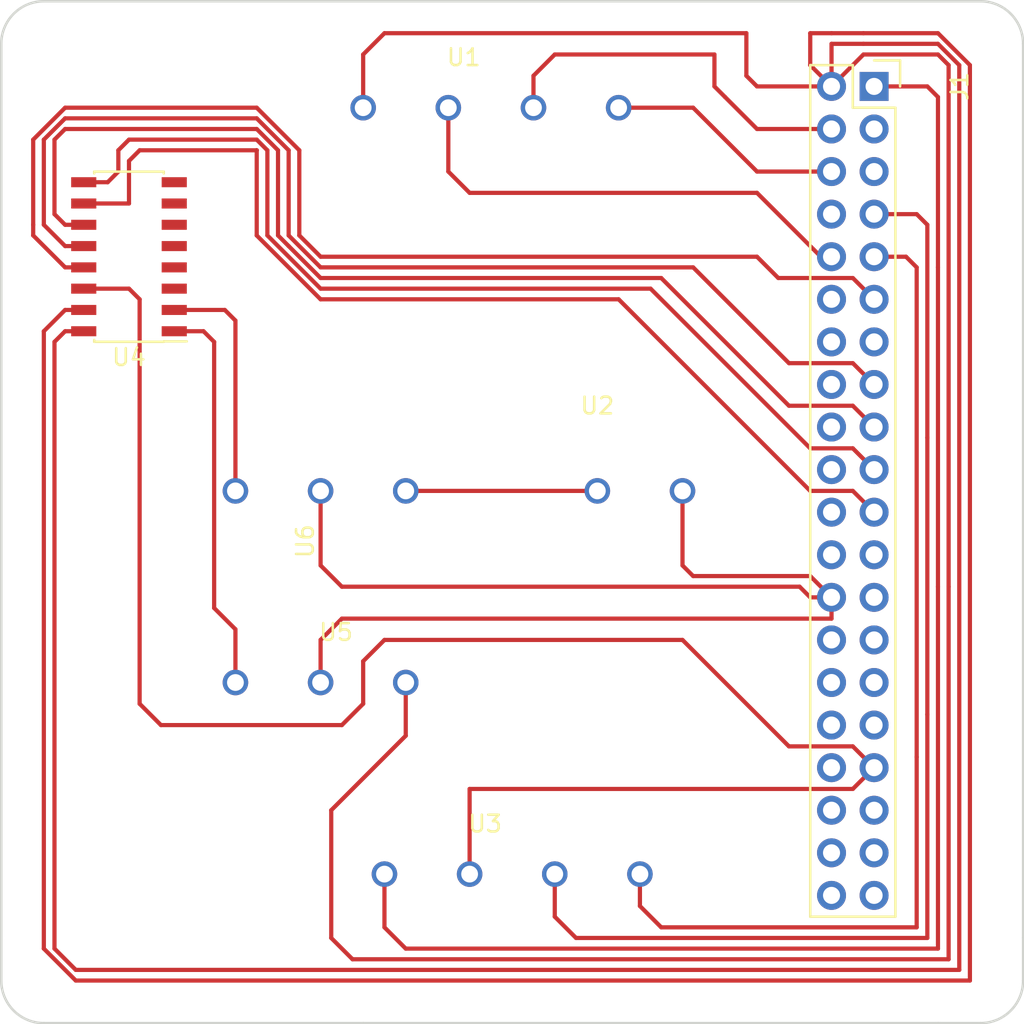
<source format=kicad_pcb>
(kicad_pcb (version 4) (host pcbnew 4.0.4-stable)

  (general
    (links 12)
    (no_connects 6)
    (area 138.354999 74.854999 199.465001 135.965001)
    (thickness 1.6)
    (drawings 14)
    (tracks 178)
    (zones 0)
    (modules 7)
    (nets 51)
  )

  (page A4)
  (layers
    (0 F.Cu signal)
    (31 B.Cu signal hide)
    (32 B.Adhes user)
    (33 F.Adhes user)
    (34 B.Paste user)
    (35 F.Paste user)
    (36 B.SilkS user)
    (37 F.SilkS user)
    (38 B.Mask user)
    (39 F.Mask user)
    (40 Dwgs.User user)
    (41 Cmts.User user)
    (42 Eco1.User user)
    (43 Eco2.User user)
    (44 Edge.Cuts user)
    (45 Margin user)
    (46 B.CrtYd user)
    (47 F.CrtYd user)
    (48 B.Fab user)
    (49 F.Fab user)
  )

  (setup
    (last_trace_width 0.25)
    (trace_clearance 0)
    (zone_clearance 0.508)
    (zone_45_only yes)
    (trace_min 0.2)
    (segment_width 0.2)
    (edge_width 0.15)
    (via_size 0.6)
    (via_drill 0.4)
    (via_min_size 0.4)
    (via_min_drill 0.3)
    (uvia_size 0.3)
    (uvia_drill 0.1)
    (uvias_allowed no)
    (uvia_min_size 0.2)
    (uvia_min_drill 0.1)
    (pcb_text_width 0.3)
    (pcb_text_size 1.5 1.5)
    (mod_edge_width 0.15)
    (mod_text_size 1 1)
    (mod_text_width 0.15)
    (pad_size 1.524 1.524)
    (pad_drill 1)
    (pad_to_mask_clearance 0.2)
    (aux_axis_origin 0 0)
    (visible_elements FFFFF77F)
    (pcbplotparams
      (layerselection 0x000c0_00000000)
      (usegerberextensions true)
      (excludeedgelayer true)
      (linewidth 0.100000)
      (plotframeref false)
      (viasonmask false)
      (mode 1)
      (useauxorigin false)
      (hpglpennumber 1)
      (hpglpenspeed 20)
      (hpglpendiameter 15)
      (hpglpenoverlay 2)
      (psnegative false)
      (psa4output false)
      (plotreference true)
      (plotvalue true)
      (plotinvisibletext false)
      (padsonsilk false)
      (subtractmaskfromsilk false)
      (outputformat 1)
      (mirror false)
      (drillshape 0)
      (scaleselection 1)
      (outputdirectory ""))
  )

  (net 0 "")
  (net 1 "Net-(J1-Pad1)")
  (net 2 "Net-(J1-Pad2)")
  (net 3 "Net-(J1-Pad3)")
  (net 4 "Net-(J1-Pad4)")
  (net 5 "Net-(J1-Pad5)")
  (net 6 "Net-(J1-Pad6)")
  (net 7 "Net-(J1-Pad7)")
  (net 8 "Net-(J1-Pad8)")
  (net 9 "Net-(J1-Pad9)")
  (net 10 "Net-(J1-Pad10)")
  (net 11 "Net-(J1-Pad11)")
  (net 12 "Net-(J1-Pad12)")
  (net 13 "Net-(J1-Pad13)")
  (net 14 "Net-(J1-Pad14)")
  (net 15 "Net-(J1-Pad15)")
  (net 16 "Net-(J1-Pad16)")
  (net 17 "Net-(J1-Pad17)")
  (net 18 "Net-(J1-Pad18)")
  (net 19 "Net-(J1-Pad19)")
  (net 20 "Net-(J1-Pad20)")
  (net 21 "Net-(J1-Pad21)")
  (net 22 "Net-(J1-Pad22)")
  (net 23 "Net-(J1-Pad23)")
  (net 24 "Net-(J1-Pad24)")
  (net 25 "Net-(J1-Pad25)")
  (net 26 "Net-(J1-Pad26)")
  (net 27 "Net-(J1-Pad27)")
  (net 28 "Net-(J1-Pad28)")
  (net 29 "Net-(J1-Pad29)")
  (net 30 "Net-(J1-Pad30)")
  (net 31 "Net-(J1-Pad31)")
  (net 32 "Net-(J1-Pad32)")
  (net 33 "Net-(J1-Pad33)")
  (net 34 "Net-(J1-Pad34)")
  (net 35 "Net-(J1-Pad35)")
  (net 36 "Net-(J1-Pad36)")
  (net 37 "Net-(J1-Pad37)")
  (net 38 "Net-(J1-Pad38)")
  (net 39 "Net-(J1-Pad39)")
  (net 40 "Net-(J1-Pad40)")
  (net 41 GND)
  (net 42 "Net-(U2-Pad1)")
  (net 43 "Net-(U4-Pad1)")
  (net 44 "Net-(U4-Pad2)")
  (net 45 "Net-(U4-Pad3)")
  (net 46 "Net-(U4-Pad4)")
  (net 47 "Net-(U4-Pad5)")
  (net 48 "Net-(U4-Pad6)")
  (net 49 "Net-(U4-Pad7)")
  (net 50 "Net-(U4-Pad8)")

  (net_class Default "This is the default net class."
    (clearance 0)
    (trace_width 0.25)
    (via_dia 0.6)
    (via_drill 0.4)
    (uvia_dia 0.3)
    (uvia_drill 0.1)
    (add_net GND)
    (add_net "Net-(J1-Pad1)")
    (add_net "Net-(J1-Pad10)")
    (add_net "Net-(J1-Pad11)")
    (add_net "Net-(J1-Pad12)")
    (add_net "Net-(J1-Pad13)")
    (add_net "Net-(J1-Pad14)")
    (add_net "Net-(J1-Pad15)")
    (add_net "Net-(J1-Pad16)")
    (add_net "Net-(J1-Pad17)")
    (add_net "Net-(J1-Pad18)")
    (add_net "Net-(J1-Pad19)")
    (add_net "Net-(J1-Pad2)")
    (add_net "Net-(J1-Pad20)")
    (add_net "Net-(J1-Pad21)")
    (add_net "Net-(J1-Pad22)")
    (add_net "Net-(J1-Pad23)")
    (add_net "Net-(J1-Pad24)")
    (add_net "Net-(J1-Pad25)")
    (add_net "Net-(J1-Pad26)")
    (add_net "Net-(J1-Pad27)")
    (add_net "Net-(J1-Pad28)")
    (add_net "Net-(J1-Pad29)")
    (add_net "Net-(J1-Pad3)")
    (add_net "Net-(J1-Pad30)")
    (add_net "Net-(J1-Pad31)")
    (add_net "Net-(J1-Pad32)")
    (add_net "Net-(J1-Pad33)")
    (add_net "Net-(J1-Pad34)")
    (add_net "Net-(J1-Pad35)")
    (add_net "Net-(J1-Pad36)")
    (add_net "Net-(J1-Pad37)")
    (add_net "Net-(J1-Pad38)")
    (add_net "Net-(J1-Pad39)")
    (add_net "Net-(J1-Pad4)")
    (add_net "Net-(J1-Pad40)")
    (add_net "Net-(J1-Pad5)")
    (add_net "Net-(J1-Pad6)")
    (add_net "Net-(J1-Pad7)")
    (add_net "Net-(J1-Pad8)")
    (add_net "Net-(J1-Pad9)")
    (add_net "Net-(U2-Pad1)")
    (add_net "Net-(U4-Pad1)")
    (add_net "Net-(U4-Pad2)")
    (add_net "Net-(U4-Pad3)")
    (add_net "Net-(U4-Pad4)")
    (add_net "Net-(U4-Pad5)")
    (add_net "Net-(U4-Pad6)")
    (add_net "Net-(U4-Pad7)")
    (add_net "Net-(U4-Pad8)")
  )

  (net_class New ""
    (clearance 0.05)
    (trace_width 0.25)
    (via_dia 0.6)
    (via_drill 0.4)
    (uvia_dia 0.3)
    (uvia_drill 0.1)
  )

  (module Socket_Strips:Socket_Strip_Straight_2x20 (layer F.Cu) (tedit 588FB031) (tstamp 58894127)
    (at 190.5 80.01 270)
    (descr "Through hole socket strip")
    (tags "socket strip")
    (path /581BF25B)
    (fp_text reference J1 (at 0 -5.1 270) (layer F.SilkS)
      (effects (font (size 1 1) (thickness 0.15)))
    )
    (fp_text value RPi_GPIO (at 0 -3.1 270) (layer F.Fab)
      (effects (font (size 1 1) (thickness 0.15)))
    )
    (fp_line (start -1.75 -1.75) (end -1.75 4.3) (layer F.CrtYd) (width 0.05))
    (fp_line (start 50.05 -1.75) (end 50.05 4.3) (layer F.CrtYd) (width 0.05))
    (fp_line (start -1.75 -1.75) (end 50.05 -1.75) (layer F.CrtYd) (width 0.05))
    (fp_line (start -1.75 4.3) (end 50.05 4.3) (layer F.CrtYd) (width 0.05))
    (fp_line (start 49.53 3.81) (end -1.27 3.81) (layer F.SilkS) (width 0.15))
    (fp_line (start 1.27 -1.27) (end 49.53 -1.27) (layer F.SilkS) (width 0.15))
    (fp_line (start 49.53 3.81) (end 49.53 -1.27) (layer F.SilkS) (width 0.15))
    (fp_line (start -1.27 3.81) (end -1.27 1.27) (layer F.SilkS) (width 0.15))
    (fp_line (start 0 -1.55) (end -1.55 -1.55) (layer F.SilkS) (width 0.15))
    (fp_line (start -1.27 1.27) (end 1.27 1.27) (layer F.SilkS) (width 0.15))
    (fp_line (start 1.27 1.27) (end 1.27 -1.27) (layer F.SilkS) (width 0.15))
    (fp_line (start -1.55 -1.55) (end -1.55 0) (layer F.SilkS) (width 0.15))
    (pad 2 thru_hole rect (at 0 0 270) (size 1.7272 1.7272) (drill 1.016) (layers *.Cu *.Mask)
      (net 2 "Net-(J1-Pad2)"))
    (pad 1 thru_hole oval (at 0 2.54 270) (size 1.7272 1.7272) (drill 1.016) (layers *.Cu *.Mask)
      (net 1 "Net-(J1-Pad1)"))
    (pad 4 thru_hole oval (at 2.54 0 270) (size 1.7272 1.7272) (drill 1.016) (layers *.Cu *.Mask)
      (net 4 "Net-(J1-Pad4)"))
    (pad 3 thru_hole oval (at 2.54 2.54 270) (size 1.7272 1.7272) (drill 1.016) (layers *.Cu *.Mask)
      (net 3 "Net-(J1-Pad3)"))
    (pad 6 thru_hole oval (at 5.08 0 270) (size 1.7272 1.7272) (drill 1.016) (layers *.Cu *.Mask)
      (net 6 "Net-(J1-Pad6)"))
    (pad 5 thru_hole oval (at 5.08 2.54 270) (size 1.7272 1.7272) (drill 1.016) (layers *.Cu *.Mask)
      (net 5 "Net-(J1-Pad5)"))
    (pad 8 thru_hole oval (at 7.62 0 270) (size 1.7272 1.7272) (drill 1.016) (layers *.Cu *.Mask)
      (net 8 "Net-(J1-Pad8)"))
    (pad 7 thru_hole oval (at 7.62 2.54 270) (size 1.7272 1.7272) (drill 1.016) (layers *.Cu *.Mask)
      (net 7 "Net-(J1-Pad7)"))
    (pad 10 thru_hole oval (at 10.16 0 270) (size 1.7272 1.7272) (drill 1.016) (layers *.Cu *.Mask)
      (net 10 "Net-(J1-Pad10)"))
    (pad 9 thru_hole oval (at 10.16 2.54 270) (size 1.7272 1.7272) (drill 1.016) (layers *.Cu *.Mask)
      (net 9 "Net-(J1-Pad9)"))
    (pad 18 thru_hole oval (at 12.7 0 270) (size 1.7272 1.7272) (drill 1.016) (layers *.Cu *.Mask)
      (net 18 "Net-(J1-Pad18)"))
    (pad 11 thru_hole oval (at 12.7 2.54 270) (size 1.7272 1.7272) (drill 1.016) (layers *.Cu *.Mask)
      (net 11 "Net-(J1-Pad11)"))
    (pad 14 thru_hole oval (at 15.24 0 270) (size 1.7272 1.7272) (drill 1.016) (layers *.Cu *.Mask)
      (net 14 "Net-(J1-Pad14)"))
    (pad 13 thru_hole oval (at 15.24 2.54 270) (size 1.7272 1.7272) (drill 1.016) (layers *.Cu *.Mask)
      (net 13 "Net-(J1-Pad13)"))
    (pad 23 thru_hole oval (at 17.78 0 270) (size 1.7272 1.7272) (drill 1.016) (layers *.Cu *.Mask)
      (net 23 "Net-(J1-Pad23)"))
    (pad 15 thru_hole oval (at 17.78 2.54 270) (size 1.7272 1.7272) (drill 1.016) (layers *.Cu *.Mask)
      (net 15 "Net-(J1-Pad15)"))
    (pad 24 thru_hole oval (at 20.32 0 270) (size 1.7272 1.7272) (drill 1.016) (layers *.Cu *.Mask)
      (net 24 "Net-(J1-Pad24)"))
    (pad 17 thru_hole oval (at 20.32 2.54 270) (size 1.7272 1.7272) (drill 1.016) (layers *.Cu *.Mask)
      (net 17 "Net-(J1-Pad17)"))
    (pad 20 thru_hole oval (at 22.86 0 270) (size 1.7272 1.7272) (drill 1.016) (layers *.Cu *.Mask)
      (net 20 "Net-(J1-Pad20)"))
    (pad 19 thru_hole oval (at 22.86 2.54 270) (size 1.7272 1.7272) (drill 1.016) (layers *.Cu *.Mask)
      (net 19 "Net-(J1-Pad19)"))
    (pad 25 thru_hole oval (at 25.4 0 270) (size 1.7272 1.7272) (drill 1.016) (layers *.Cu *.Mask)
      (net 25 "Net-(J1-Pad25)"))
    (pad 21 thru_hole oval (at 25.4 2.54 270) (size 1.7272 1.7272) (drill 1.016) (layers *.Cu *.Mask)
      (net 21 "Net-(J1-Pad21)"))
    (pad 12 thru_hole oval (at 27.94 0 270) (size 1.7272 1.7272) (drill 1.016) (layers *.Cu *.Mask)
      (net 12 "Net-(J1-Pad12)"))
    (pad 22 thru_hole oval (at 27.94 2.54 270) (size 1.7272 1.7272) (drill 1.016) (layers *.Cu *.Mask)
      (net 22 "Net-(J1-Pad22)"))
    (pad 26 thru_hole oval (at 30.48 0 270) (size 1.7272 1.7272) (drill 1.016) (layers *.Cu *.Mask)
      (net 26 "Net-(J1-Pad26)"))
    (pad 16 thru_hole oval (at 30.48 2.54 270) (size 1.7272 1.7272) (drill 1.016) (layers *.Cu *.Mask)
      (net 16 "Net-(J1-Pad16)"))
    (pad 28 thru_hole oval (at 33.02 0 270) (size 1.7272 1.7272) (drill 1.016) (layers *.Cu *.Mask)
      (net 28 "Net-(J1-Pad28)"))
    (pad 27 thru_hole oval (at 33.02 2.54 270) (size 1.7272 1.7272) (drill 1.016) (layers *.Cu *.Mask)
      (net 27 "Net-(J1-Pad27)"))
    (pad 30 thru_hole oval (at 35.56 0 270) (size 1.7272 1.7272) (drill 1.016) (layers *.Cu *.Mask)
      (net 30 "Net-(J1-Pad30)"))
    (pad 29 thru_hole oval (at 35.56 2.54 270) (size 1.7272 1.7272) (drill 1.016) (layers *.Cu *.Mask)
      (net 29 "Net-(J1-Pad29)"))
    (pad 32 thru_hole oval (at 38.1 0 270) (size 1.7272 1.7272) (drill 1.016) (layers *.Cu *.Mask)
      (net 32 "Net-(J1-Pad32)"))
    (pad 31 thru_hole oval (at 38.1 2.54 270) (size 1.7272 1.7272) (drill 1.016) (layers *.Cu *.Mask)
      (net 31 "Net-(J1-Pad31)"))
    (pad 34 thru_hole oval (at 40.64 0 270) (size 1.7272 1.7272) (drill 1.016) (layers *.Cu *.Mask)
      (net 34 "Net-(J1-Pad34)"))
    (pad 33 thru_hole oval (at 40.64 2.54 270) (size 1.7272 1.7272) (drill 1.016) (layers *.Cu *.Mask)
      (net 33 "Net-(J1-Pad33)"))
    (pad 36 thru_hole oval (at 43.18 0 270) (size 1.7272 1.7272) (drill 1.016) (layers *.Cu *.Mask)
      (net 36 "Net-(J1-Pad36)"))
    (pad 35 thru_hole oval (at 43.18 2.54 270) (size 1.7272 1.7272) (drill 1.016) (layers *.Cu *.Mask)
      (net 35 "Net-(J1-Pad35)"))
    (pad 38 thru_hole oval (at 45.72 0 270) (size 1.7272 1.7272) (drill 1.016) (layers *.Cu *.Mask)
      (net 38 "Net-(J1-Pad38)"))
    (pad 37 thru_hole oval (at 45.72 2.54 270) (size 1.7272 1.7272) (drill 1.016) (layers *.Cu *.Mask)
      (net 37 "Net-(J1-Pad37)"))
    (pad 40 thru_hole oval (at 48.26 0 270) (size 1.7272 1.7272) (drill 1.016) (layers *.Cu *.Mask)
      (net 40 "Net-(J1-Pad40)"))
    (pad 39 thru_hole oval (at 48.26 2.54 270) (size 1.7272 1.7272) (drill 1.016) (layers *.Cu *.Mask)
      (net 39 "Net-(J1-Pad39)"))
    (model Socket_Strips.3dshapes/Socket_Strip_Straight_2x20.wrl
      (at (xyz 0.95 -0.05 0))
      (scale (xyz 1 1 1))
      (rotate (xyz 0 0 180))
    )
  )

  (module PWM:WindVane (layer F.Cu) (tedit 58910944) (tstamp 5889412F)
    (at 160.02 81.28)
    (path /57EB46EB)
    (fp_text reference U1 (at 6 -3) (layer F.SilkS)
      (effects (font (size 1 1) (thickness 0.15)))
    )
    (fp_text value PWMController2 (at 6 -5) (layer F.Fab)
      (effects (font (size 1 1) (thickness 0.15)))
    )
    (pad 4 thru_hole circle (at 15.24 0) (size 1.524 1.524) (drill 1) (layers *.Cu *.Mask))
    (pad 3 thru_hole circle (at 10.16 0) (size 1.524 1.524) (drill 1) (layers *.Cu *.Mask))
    (pad 2 thru_hole circle (at 5.08 0) (size 1.524 1.524) (drill 1) (layers *.Cu *.Mask)
      (net 41 GND))
    (pad 1 thru_hole circle (at 0 0) (size 1.524 1.524) (drill 1) (layers *.Cu *.Mask))
  )

  (module "Sailbot Footprints:7.2V" (layer F.Cu) (tedit 58893611) (tstamp 58894135)
    (at 173.99 104.14)
    (path /58857223)
    (fp_text reference U2 (at 0 -5.08) (layer F.SilkS)
      (effects (font (size 1 1) (thickness 0.15)))
    )
    (fp_text value 7.2V (at 0 -6.35) (layer F.Fab)
      (effects (font (size 1 1) (thickness 0.15)))
    )
    (pad 2 thru_hole circle (at 5.08 0) (size 1.524 1.524) (drill 1) (layers *.Cu *.Mask)
      (net 41 GND))
    (pad 1 thru_hole circle (at 0 0) (size 1.524 1.524) (drill 1) (layers *.Cu *.Mask)
      (net 42 "Net-(U2-Pad1)"))
  )

  (module PWM:WindVane (layer F.Cu) (tedit 58910932) (tstamp 5889413D)
    (at 161.29 127)
    (path /57EB4408)
    (fp_text reference U3 (at 6 -3) (layer F.SilkS)
      (effects (font (size 1 1) (thickness 0.15)))
    )
    (fp_text value Component (at 6 -5) (layer F.Fab)
      (effects (font (size 1 1) (thickness 0.15)))
    )
    (pad 4 thru_hole circle (at 15.24 0) (size 1.524 1.524) (drill 1) (layers *.Cu *.Mask))
    (pad 3 thru_hole circle (at 10.16 0) (size 1.524 1.524) (drill 1) (layers *.Cu *.Mask))
    (pad 2 thru_hole circle (at 5.08 0) (size 1.524 1.524) (drill 1) (layers *.Cu *.Mask)
      (net 41 GND))
    (pad 1 thru_hole circle (at 0 0) (size 1.524 1.524) (drill 1) (layers *.Cu *.Mask))
  )

  (module Housings_SOIC:SOIC-16_3.9x9.9mm_Pitch1.27mm (layer F.Cu) (tedit 574D979F) (tstamp 58894151)
    (at 146.05 90.17 180)
    (descr "16-Lead Plastic Small Outline (SL) - Narrow, 3.90 mm Body [SOIC] (see Microchip Packaging Specification 00000049BS.pdf)")
    (tags "SOIC 1.27")
    (path /57D97244)
    (attr smd)
    (fp_text reference U4 (at 0 -6 180) (layer F.SilkS)
      (effects (font (size 1 1) (thickness 0.15)))
    )
    (fp_text value MCP3008 (at 0 6 180) (layer F.Fab)
      (effects (font (size 1 1) (thickness 0.15)))
    )
    (fp_line (start -0.95 -4.95) (end 1.95 -4.95) (layer F.Fab) (width 0.15))
    (fp_line (start 1.95 -4.95) (end 1.95 4.95) (layer F.Fab) (width 0.15))
    (fp_line (start 1.95 4.95) (end -1.95 4.95) (layer F.Fab) (width 0.15))
    (fp_line (start -1.95 4.95) (end -1.95 -3.95) (layer F.Fab) (width 0.15))
    (fp_line (start -1.95 -3.95) (end -0.95 -4.95) (layer F.Fab) (width 0.15))
    (fp_line (start -3.7 -5.25) (end -3.7 5.25) (layer F.CrtYd) (width 0.05))
    (fp_line (start 3.7 -5.25) (end 3.7 5.25) (layer F.CrtYd) (width 0.05))
    (fp_line (start -3.7 -5.25) (end 3.7 -5.25) (layer F.CrtYd) (width 0.05))
    (fp_line (start -3.7 5.25) (end 3.7 5.25) (layer F.CrtYd) (width 0.05))
    (fp_line (start -2.075 -5.075) (end -2.075 -5.05) (layer F.SilkS) (width 0.15))
    (fp_line (start 2.075 -5.075) (end 2.075 -4.97) (layer F.SilkS) (width 0.15))
    (fp_line (start 2.075 5.075) (end 2.075 4.97) (layer F.SilkS) (width 0.15))
    (fp_line (start -2.075 5.075) (end -2.075 4.97) (layer F.SilkS) (width 0.15))
    (fp_line (start -2.075 -5.075) (end 2.075 -5.075) (layer F.SilkS) (width 0.15))
    (fp_line (start -2.075 5.075) (end 2.075 5.075) (layer F.SilkS) (width 0.15))
    (fp_line (start -2.075 -5.05) (end -3.45 -5.05) (layer F.SilkS) (width 0.15))
    (pad 1 smd rect (at -2.7 -4.445 180) (size 1.5 0.6) (layers F.Cu F.Paste F.Mask)
      (net 43 "Net-(U4-Pad1)"))
    (pad 2 smd rect (at -2.7 -3.175 180) (size 1.5 0.6) (layers F.Cu F.Paste F.Mask)
      (net 44 "Net-(U4-Pad2)"))
    (pad 3 smd rect (at -2.7 -1.905 180) (size 1.5 0.6) (layers F.Cu F.Paste F.Mask)
      (net 45 "Net-(U4-Pad3)"))
    (pad 4 smd rect (at -2.7 -0.635 180) (size 1.5 0.6) (layers F.Cu F.Paste F.Mask)
      (net 46 "Net-(U4-Pad4)"))
    (pad 5 smd rect (at -2.7 0.635 180) (size 1.5 0.6) (layers F.Cu F.Paste F.Mask)
      (net 47 "Net-(U4-Pad5)"))
    (pad 6 smd rect (at -2.7 1.905 180) (size 1.5 0.6) (layers F.Cu F.Paste F.Mask)
      (net 48 "Net-(U4-Pad6)"))
    (pad 7 smd rect (at -2.7 3.175 180) (size 1.5 0.6) (layers F.Cu F.Paste F.Mask)
      (net 49 "Net-(U4-Pad7)"))
    (pad 8 smd rect (at -2.7 4.445 180) (size 1.5 0.6) (layers F.Cu F.Paste F.Mask)
      (net 50 "Net-(U4-Pad8)"))
    (pad 9 smd rect (at 2.7 4.445 180) (size 1.5 0.6) (layers F.Cu F.Paste F.Mask)
      (net 41 GND))
    (pad 10 smd rect (at 2.7 3.175 180) (size 1.5 0.6) (layers F.Cu F.Paste F.Mask)
      (net 25 "Net-(J1-Pad25)"))
    (pad 11 smd rect (at 2.7 1.905 180) (size 1.5 0.6) (layers F.Cu F.Paste F.Mask)
      (net 24 "Net-(J1-Pad24)"))
    (pad 12 smd rect (at 2.7 0.635 180) (size 1.5 0.6) (layers F.Cu F.Paste F.Mask)
      (net 23 "Net-(J1-Pad23)"))
    (pad 13 smd rect (at 2.7 -0.635 180) (size 1.5 0.6) (layers F.Cu F.Paste F.Mask)
      (net 18 "Net-(J1-Pad18)"))
    (pad 14 smd rect (at 2.7 -1.905 180) (size 1.5 0.6) (layers F.Cu F.Paste F.Mask)
      (net 41 GND))
    (pad 15 smd rect (at 2.7 -3.175 180) (size 1.5 0.6) (layers F.Cu F.Paste F.Mask)
      (net 1 "Net-(J1-Pad1)"))
    (pad 16 smd rect (at 2.7 -4.445 180) (size 1.5 0.6) (layers F.Cu F.Paste F.Mask)
      (net 1 "Net-(J1-Pad1)"))
    (model Housings_SOIC.3dshapes/SOIC-16_3.9x9.9mm_Pitch1.27mm.wrl
      (at (xyz 0 0 0))
      (scale (xyz 1 1 1))
      (rotate (xyz 0 0 0))
    )
  )

  (module "Wind Vane:WindVane" (layer F.Cu) (tedit 58910920) (tstamp 58894158)
    (at 152.4 115.57)
    (path /57F93DD1)
    (fp_text reference U5 (at 6 -3) (layer F.SilkS)
      (effects (font (size 1 1) (thickness 0.15)))
    )
    (fp_text value Windvane (at 6 -5) (layer F.Fab)
      (effects (font (size 1 1) (thickness 0.15)))
    )
    (pad 3 thru_hole circle (at 10.16 0) (size 1.524 1.524) (drill 1) (layers *.Cu *.Mask))
    (pad 2 thru_hole circle (at 5.08 0) (size 1.524 1.524) (drill 1) (layers *.Cu *.Mask)
      (net 41 GND))
    (pad 1 thru_hole circle (at 0 0) (size 1.524 1.524) (drill 1) (layers *.Cu *.Mask))
  )

  (module "Wind Vane:WindVane" (layer F.Cu) (tedit 58910912) (tstamp 5889415F)
    (at 162.56 104.14 180)
    (path /57F93D30)
    (fp_text reference U6 (at 6 -3 270) (layer F.SilkS)
      (effects (font (size 1 1) (thickness 0.15)))
    )
    (fp_text value Anemometer (at 6 -5 360) (layer F.Fab)
      (effects (font (size 1 1) (thickness 0.15)))
    )
    (pad 3 thru_hole circle (at 10.16 0 180) (size 1.524 1.524) (drill 1) (layers *.Cu *.Mask))
    (pad 2 thru_hole circle (at 5.08 0 180) (size 1.524 1.524) (drill 1) (layers *.Cu *.Mask)
      (net 41 GND))
    (pad 1 thru_hole circle (at 0 0 180) (size 1.524 1.524) (drill 1) (layers *.Cu *.Mask))
  )

  (gr_line (start 194.31 74.93) (end 196.85 74.93) (angle 90) (layer Edge.Cuts) (width 0.15))
  (gr_line (start 194.31 135.89) (end 196.85 135.89) (angle 90) (layer Edge.Cuts) (width 0.15))
  (gr_arc (start 140.97 133.35) (end 140.97 135.89) (angle 90) (layer Edge.Cuts) (width 0.15))
  (gr_arc (start 196.85 133.35) (end 199.39 133.35) (angle 90) (layer Edge.Cuts) (width 0.15))
  (gr_line (start 160.02 135.89) (end 194.31 135.89) (angle 90) (layer Edge.Cuts) (width 0.15))
  (gr_line (start 140.97 135.89) (end 160.02 135.89) (angle 90) (layer Edge.Cuts) (width 0.15))
  (gr_line (start 138.43 130.81) (end 138.43 133.35) (angle 90) (layer Edge.Cuts) (width 0.15))
  (gr_line (start 199.39 130.81) (end 199.39 133.35) (angle 90) (layer Edge.Cuts) (width 0.15))
  (gr_arc (start 140.97 77.47) (end 138.43 77.47) (angle 90) (layer Edge.Cuts) (width 0.15))
  (gr_arc (start 196.85 77.47) (end 196.85 74.93) (angle 90) (layer Edge.Cuts) (width 0.15))
  (gr_line (start 138.43 77.47) (end 138.43 130.81) (angle 90) (layer Edge.Cuts) (width 0.15))
  (gr_line (start 193.04 74.93) (end 194.31 74.93) (angle 90) (layer Edge.Cuts) (width 0.15))
  (gr_line (start 199.39 77.47) (end 199.39 130.81) (angle 90) (layer Edge.Cuts) (width 0.15))
  (gr_line (start 140.97 74.93) (end 193.04 74.93) (angle 90) (layer Edge.Cuts) (width 0.15))

  (segment (start 173.99 104.14) (end 162.56 104.14) (width 0.25) (layer F.Cu) (net 0))
  (segment (start 189.865 77.47) (end 187.96 77.47) (width 0.25) (layer F.Cu) (net 1))
  (segment (start 142.24 94.615) (end 141.605 95.25) (width 0.25) (layer F.Cu) (net 1) (tstamp 589105FD))
  (segment (start 141.605 95.25) (end 141.605 131.445) (width 0.25) (layer F.Cu) (net 1) (tstamp 589105FF))
  (segment (start 141.605 131.445) (end 142.875 132.715) (width 0.25) (layer F.Cu) (net 1) (tstamp 58910600))
  (segment (start 142.875 132.715) (end 195.58 132.715) (width 0.25) (layer F.Cu) (net 1) (tstamp 58910606))
  (segment (start 195.58 132.715) (end 195.58 78.74) (width 0.25) (layer F.Cu) (net 1) (tstamp 58910608))
  (segment (start 195.58 78.74) (end 194.31 77.47) (width 0.25) (layer F.Cu) (net 1) (tstamp 5891060D))
  (segment (start 194.31 77.47) (end 189.865 77.47) (width 0.25) (layer F.Cu) (net 1) (tstamp 58910613))
  (segment (start 143.35 94.615) (end 142.24 94.615) (width 0.25) (layer F.Cu) (net 1))
  (segment (start 187.96 77.47) (end 187.96 80.01) (width 0.25) (layer F.Cu) (net 1) (tstamp 589106C9))
  (segment (start 187.96 76.835) (end 186.69 76.835) (width 0.25) (layer F.Cu) (net 1))
  (segment (start 142.24 93.345) (end 140.97 94.615) (width 0.25) (layer F.Cu) (net 1) (tstamp 58910647))
  (segment (start 140.97 94.615) (end 140.97 131.445) (width 0.25) (layer F.Cu) (net 1) (tstamp 58910648))
  (segment (start 140.97 131.445) (end 142.875 133.35) (width 0.25) (layer F.Cu) (net 1) (tstamp 5891064A))
  (segment (start 142.875 133.35) (end 196.215 133.35) (width 0.25) (layer F.Cu) (net 1) (tstamp 5891064F))
  (segment (start 196.215 133.35) (end 196.215 78.74) (width 0.25) (layer F.Cu) (net 1) (tstamp 58910652))
  (segment (start 196.215 78.74) (end 194.31 76.835) (width 0.25) (layer F.Cu) (net 1) (tstamp 58910657))
  (segment (start 194.31 76.835) (end 189.865 76.835) (width 0.25) (layer F.Cu) (net 1) (tstamp 5891065E))
  (segment (start 189.865 76.835) (end 187.96 76.835) (width 0.25) (layer F.Cu) (net 1) (tstamp 5891065F))
  (segment (start 143.35 93.345) (end 142.24 93.345) (width 0.25) (layer F.Cu) (net 1))
  (segment (start 186.69 78.74) (end 187.96 80.01) (width 0.25) (layer F.Cu) (net 1) (tstamp 589106A3))
  (segment (start 186.69 78.74) (end 186.69 78.74) (width 0.25) (layer F.Cu) (net 1) (tstamp 589106A1))
  (segment (start 186.69 76.835) (end 186.69 78.74) (width 0.25) (layer F.Cu) (net 1) (tstamp 5891069E))
  (segment (start 187.96 79.375) (end 187.96 80.01) (width 0.25) (layer F.Cu) (net 1) (tstamp 58910616))
  (segment (start 187.96 80.01) (end 189.865 78.105) (width 0.25) (layer F.Cu) (net 1))
  (segment (start 162.56 118.745) (end 162.56 115.57) (width 0.25) (layer F.Cu) (net 1) (tstamp 589105E2))
  (segment (start 158.115 123.19) (end 162.56 118.745) (width 0.25) (layer F.Cu) (net 1) (tstamp 589105DD))
  (segment (start 158.115 130.81) (end 158.115 123.19) (width 0.25) (layer F.Cu) (net 1) (tstamp 589105D7))
  (segment (start 159.385 132.08) (end 158.115 130.81) (width 0.25) (layer F.Cu) (net 1) (tstamp 589105D1))
  (segment (start 194.945 132.08) (end 159.385 132.08) (width 0.25) (layer F.Cu) (net 1) (tstamp 589105CF))
  (segment (start 194.945 109.855) (end 194.945 132.08) (width 0.25) (layer F.Cu) (net 1) (tstamp 589105CB))
  (segment (start 194.945 78.74) (end 194.945 109.855) (width 0.25) (layer F.Cu) (net 1) (tstamp 589105CA))
  (segment (start 194.31 78.105) (end 194.945 78.74) (width 0.25) (layer F.Cu) (net 1) (tstamp 589105C7))
  (segment (start 189.865 78.105) (end 194.31 78.105) (width 0.25) (layer F.Cu) (net 1) (tstamp 589105C6))
  (segment (start 187.96 80.01) (end 183.515 80.01) (width 0.25) (layer F.Cu) (net 1))
  (segment (start 160.02 78.105) (end 160.02 81.28) (width 0.25) (layer F.Cu) (net 1) (tstamp 5891041A))
  (segment (start 161.29 76.835) (end 160.02 78.105) (width 0.25) (layer F.Cu) (net 1) (tstamp 58910416))
  (segment (start 182.88 76.835) (end 161.29 76.835) (width 0.25) (layer F.Cu) (net 1) (tstamp 58910414))
  (segment (start 182.88 79.375) (end 182.88 76.835) (width 0.25) (layer F.Cu) (net 1) (tstamp 58910410))
  (segment (start 183.515 80.01) (end 182.88 79.375) (width 0.25) (layer F.Cu) (net 1) (tstamp 58910408))
  (segment (start 190.5 80.01) (end 193.675 80.01) (width 0.25) (layer F.Cu) (net 2))
  (segment (start 161.29 130.175) (end 161.29 127) (width 0.25) (layer F.Cu) (net 2) (tstamp 5891051B))
  (segment (start 162.56 131.445) (end 161.29 130.175) (width 0.25) (layer F.Cu) (net 2) (tstamp 58910516))
  (segment (start 194.31 131.445) (end 162.56 131.445) (width 0.25) (layer F.Cu) (net 2) (tstamp 58910511))
  (segment (start 194.31 109.855) (end 194.31 131.445) (width 0.25) (layer F.Cu) (net 2) (tstamp 5891050D))
  (segment (start 194.31 90.805) (end 194.31 109.855) (width 0.25) (layer F.Cu) (net 2) (tstamp 5891050A))
  (segment (start 194.31 80.645) (end 194.31 90.805) (width 0.25) (layer F.Cu) (net 2) (tstamp 58910509))
  (segment (start 193.675 80.01) (end 194.31 80.645) (width 0.25) (layer F.Cu) (net 2) (tstamp 58910504))
  (segment (start 187.96 82.55) (end 183.515 82.55) (width 0.25) (layer F.Cu) (net 3))
  (segment (start 170.18 79.375) (end 170.18 81.28) (width 0.25) (layer F.Cu) (net 3) (tstamp 5891043D))
  (segment (start 171.45 78.105) (end 170.18 79.375) (width 0.25) (layer F.Cu) (net 3) (tstamp 58910436))
  (segment (start 180.975 78.105) (end 171.45 78.105) (width 0.25) (layer F.Cu) (net 3) (tstamp 58910434))
  (segment (start 180.975 80.01) (end 180.975 78.105) (width 0.25) (layer F.Cu) (net 3) (tstamp 5891042D))
  (segment (start 181.61 80.645) (end 180.975 80.01) (width 0.25) (layer F.Cu) (net 3) (tstamp 58910429))
  (segment (start 183.515 82.55) (end 181.61 80.645) (width 0.25) (layer F.Cu) (net 3) (tstamp 58910428))
  (segment (start 187.96 85.09) (end 183.515 85.09) (width 0.25) (layer F.Cu) (net 5))
  (segment (start 179.705 81.28) (end 175.26 81.28) (width 0.25) (layer F.Cu) (net 5) (tstamp 5891045D))
  (segment (start 183.515 85.09) (end 179.705 81.28) (width 0.25) (layer F.Cu) (net 5) (tstamp 5891045A))
  (segment (start 190.5 87.63) (end 193.04 87.63) (width 0.25) (layer F.Cu) (net 8))
  (segment (start 171.45 129.54) (end 171.45 127) (width 0.25) (layer F.Cu) (net 8) (tstamp 58910560))
  (segment (start 172.72 130.81) (end 171.45 129.54) (width 0.25) (layer F.Cu) (net 8) (tstamp 58910559))
  (segment (start 193.675 130.81) (end 172.72 130.81) (width 0.25) (layer F.Cu) (net 8) (tstamp 58910556))
  (segment (start 193.675 117.475) (end 193.675 130.81) (width 0.25) (layer F.Cu) (net 8) (tstamp 58910553))
  (segment (start 193.675 100.965) (end 193.675 117.475) (width 0.25) (layer F.Cu) (net 8) (tstamp 58910551))
  (segment (start 193.675 88.265) (end 193.675 100.965) (width 0.25) (layer F.Cu) (net 8) (tstamp 58910550))
  (segment (start 193.04 87.63) (end 193.675 88.265) (width 0.25) (layer F.Cu) (net 8) (tstamp 5891054D))
  (segment (start 187.325 90.17) (end 187.96 90.17) (width 0.25) (layer F.Cu) (net 9) (tstamp 589108D2))
  (segment (start 187.96 90.17) (end 187.325 90.17) (width 0.25) (layer F.Cu) (net 9))
  (segment (start 187.325 90.17) (end 183.515 86.36) (width 0.25) (layer F.Cu) (net 9) (tstamp 589108E0))
  (segment (start 183.515 86.36) (end 166.37 86.36) (width 0.25) (layer F.Cu) (net 9) (tstamp 589108E3))
  (segment (start 166.37 86.36) (end 165.1 85.09) (width 0.25) (layer F.Cu) (net 9) (tstamp 589108E6))
  (segment (start 190.5 90.17) (end 192.405 90.17) (width 0.25) (layer F.Cu) (net 10))
  (segment (start 176.53 128.905) (end 176.53 127) (width 0.25) (layer F.Cu) (net 10) (tstamp 58910582))
  (segment (start 177.8 130.175) (end 176.53 128.905) (width 0.25) (layer F.Cu) (net 10) (tstamp 58910580))
  (segment (start 193.04 130.175) (end 177.8 130.175) (width 0.25) (layer F.Cu) (net 10) (tstamp 5891057D))
  (segment (start 193.04 120.015) (end 193.04 130.175) (width 0.25) (layer F.Cu) (net 10) (tstamp 58910577))
  (segment (start 193.04 90.805) (end 193.04 120.015) (width 0.25) (layer F.Cu) (net 10) (tstamp 58910576))
  (segment (start 192.405 90.17) (end 193.04 90.805) (width 0.25) (layer F.Cu) (net 10) (tstamp 58910575))
  (segment (start 187.96 110.49) (end 187.96 111.76) (width 0.25) (layer F.Cu) (net 16))
  (segment (start 187.96 111.76) (end 158.75 111.76) (width 0.25) (layer F.Cu) (net 16) (tstamp 5891086A))
  (segment (start 187.96 110.49) (end 186.69 110.49) (width 0.25) (layer F.Cu) (net 16))
  (segment (start 186.69 110.49) (end 186.055 109.855) (width 0.25) (layer F.Cu) (net 16) (tstamp 58910854))
  (segment (start 186.69 109.22) (end 187.96 110.49) (width 0.25) (layer F.Cu) (net 16) (tstamp 589107E4))
  (segment (start 179.705 109.22) (end 186.69 109.22) (width 0.25) (layer F.Cu) (net 16) (tstamp 589107E1))
  (segment (start 190.5 92.71) (end 189.23 91.44) (width 0.25) (layer F.Cu) (net 18))
  (segment (start 142.24 90.805) (end 143.35 90.805) (width 0.25) (layer F.Cu) (net 18) (tstamp 589107A3))
  (segment (start 140.335 88.9) (end 142.24 90.805) (width 0.25) (layer F.Cu) (net 18) (tstamp 589107A1))
  (segment (start 140.335 88.265) (end 140.335 88.9) (width 0.25) (layer F.Cu) (net 18) (tstamp 5891079E))
  (segment (start 140.335 83.185) (end 140.335 88.265) (width 0.25) (layer F.Cu) (net 18) (tstamp 5891079D))
  (segment (start 142.24 81.28) (end 140.335 83.185) (width 0.25) (layer F.Cu) (net 18) (tstamp 5891079B))
  (segment (start 153.67 81.28) (end 142.24 81.28) (width 0.25) (layer F.Cu) (net 18) (tstamp 5891079A))
  (segment (start 156.21 83.82) (end 153.67 81.28) (width 0.25) (layer F.Cu) (net 18) (tstamp 58910799))
  (segment (start 156.21 88.9) (end 156.21 83.82) (width 0.25) (layer F.Cu) (net 18) (tstamp 58910796))
  (segment (start 157.48 90.17) (end 156.21 88.9) (width 0.25) (layer F.Cu) (net 18) (tstamp 58910794))
  (segment (start 183.515 90.17) (end 157.48 90.17) (width 0.25) (layer F.Cu) (net 18) (tstamp 58910791))
  (segment (start 184.785 91.44) (end 183.515 90.17) (width 0.25) (layer F.Cu) (net 18) (tstamp 5891078E))
  (segment (start 189.23 91.44) (end 184.785 91.44) (width 0.25) (layer F.Cu) (net 18) (tstamp 5891078D))
  (segment (start 190.5 97.79) (end 189.23 96.52) (width 0.25) (layer F.Cu) (net 23))
  (segment (start 142.24 89.535) (end 143.35 89.535) (width 0.25) (layer F.Cu) (net 23) (tstamp 5891077D))
  (segment (start 140.97 88.265) (end 142.24 89.535) (width 0.25) (layer F.Cu) (net 23) (tstamp 58910779))
  (segment (start 140.97 83.185) (end 140.97 88.265) (width 0.25) (layer F.Cu) (net 23) (tstamp 58910778))
  (segment (start 142.24 81.915) (end 140.97 83.185) (width 0.25) (layer F.Cu) (net 23) (tstamp 58910776))
  (segment (start 153.67 81.915) (end 142.24 81.915) (width 0.25) (layer F.Cu) (net 23) (tstamp 58910774))
  (segment (start 155.575 83.82) (end 153.67 81.915) (width 0.25) (layer F.Cu) (net 23) (tstamp 58910773))
  (segment (start 155.575 88.9) (end 155.575 83.82) (width 0.25) (layer F.Cu) (net 23) (tstamp 58910771))
  (segment (start 157.48 90.805) (end 155.575 88.9) (width 0.25) (layer F.Cu) (net 23) (tstamp 5891076B))
  (segment (start 179.705 90.805) (end 157.48 90.805) (width 0.25) (layer F.Cu) (net 23) (tstamp 58910769))
  (segment (start 185.42 96.52) (end 179.705 90.805) (width 0.25) (layer F.Cu) (net 23) (tstamp 58910767))
  (segment (start 189.23 96.52) (end 185.42 96.52) (width 0.25) (layer F.Cu) (net 23) (tstamp 58910766))
  (segment (start 190.5 100.33) (end 189.23 99.06) (width 0.25) (layer F.Cu) (net 24))
  (segment (start 142.24 88.265) (end 143.35 88.265) (width 0.25) (layer F.Cu) (net 24) (tstamp 58910753))
  (segment (start 141.605 87.63) (end 142.24 88.265) (width 0.25) (layer F.Cu) (net 24) (tstamp 58910751))
  (segment (start 141.605 83.185) (end 141.605 87.63) (width 0.25) (layer F.Cu) (net 24) (tstamp 5891074F))
  (segment (start 142.24 82.55) (end 141.605 83.185) (width 0.25) (layer F.Cu) (net 24) (tstamp 58910749))
  (segment (start 153.67 82.55) (end 142.24 82.55) (width 0.25) (layer F.Cu) (net 24) (tstamp 58910748))
  (segment (start 154.94 83.82) (end 153.67 82.55) (width 0.25) (layer F.Cu) (net 24) (tstamp 58910746))
  (segment (start 154.94 88.9) (end 154.94 83.82) (width 0.25) (layer F.Cu) (net 24) (tstamp 58910742))
  (segment (start 155.575 89.535) (end 154.94 88.9) (width 0.25) (layer F.Cu) (net 24) (tstamp 58910741))
  (segment (start 157.48 91.44) (end 155.575 89.535) (width 0.25) (layer F.Cu) (net 24) (tstamp 5891073D))
  (segment (start 177.8 91.44) (end 157.48 91.44) (width 0.25) (layer F.Cu) (net 24) (tstamp 5891073B))
  (segment (start 185.42 99.06) (end 177.8 91.44) (width 0.25) (layer F.Cu) (net 24) (tstamp 58910739))
  (segment (start 189.23 99.06) (end 185.42 99.06) (width 0.25) (layer F.Cu) (net 24) (tstamp 58910738))
  (segment (start 143.35 86.995) (end 146.05 86.995) (width 0.25) (layer F.Cu) (net 25) (status 400000))
  (segment (start 189.23 104.14) (end 190.5 105.41) (width 0.25) (layer F.Cu) (net 25) (tstamp 589109F4) (status 800000))
  (segment (start 186.69 104.14) (end 189.23 104.14) (width 0.25) (layer F.Cu) (net 25) (tstamp 589109F2))
  (segment (start 175.26 92.71) (end 186.69 104.14) (width 0.25) (layer F.Cu) (net 25) (tstamp 589109ED))
  (segment (start 157.48 92.71) (end 175.26 92.71) (width 0.25) (layer F.Cu) (net 25) (tstamp 589109EB))
  (segment (start 153.67 88.9) (end 157.48 92.71) (width 0.25) (layer F.Cu) (net 25) (tstamp 589109E9))
  (segment (start 153.67 83.82) (end 153.67 88.9) (width 0.25) (layer F.Cu) (net 25) (tstamp 589109E5))
  (segment (start 153.67 83.82) (end 153.67 83.82) (width 0.25) (layer F.Cu) (net 25) (tstamp 589109E3))
  (segment (start 146.685 83.82) (end 153.67 83.82) (width 0.25) (layer F.Cu) (net 25) (tstamp 589109E2))
  (segment (start 146.05 84.455) (end 146.685 83.82) (width 0.25) (layer F.Cu) (net 25) (tstamp 589109E1))
  (segment (start 146.05 86.995) (end 146.05 84.455) (width 0.25) (layer F.Cu) (net 25) (tstamp 589109E0))
  (segment (start 190.5 120.65) (end 189.23 121.92) (width 0.25) (layer F.Cu) (net 34))
  (segment (start 189.23 121.92) (end 166.37 121.92) (width 0.25) (layer F.Cu) (net 34) (tstamp 589104CC))
  (segment (start 189.23 119.38) (end 190.5 120.65) (width 0.25) (layer F.Cu) (net 34) (tstamp 589108B7))
  (segment (start 185.42 119.38) (end 189.23 119.38) (width 0.25) (layer F.Cu) (net 34) (tstamp 589108B5))
  (segment (start 179.07 113.03) (end 185.42 119.38) (width 0.25) (layer F.Cu) (net 34) (tstamp 589108A4))
  (segment (start 161.29 113.03) (end 179.07 113.03) (width 0.25) (layer F.Cu) (net 34) (tstamp 589108A3))
  (segment (start 160.02 114.3) (end 161.29 113.03) (width 0.25) (layer F.Cu) (net 34) (tstamp 589108A1))
  (segment (start 160.02 116.84) (end 160.02 114.3) (width 0.25) (layer F.Cu) (net 34) (tstamp 5891089F))
  (segment (start 158.75 118.11) (end 160.02 116.84) (width 0.25) (layer F.Cu) (net 34) (tstamp 5891089D))
  (segment (start 147.955 118.11) (end 158.75 118.11) (width 0.25) (layer F.Cu) (net 34) (tstamp 58910898))
  (segment (start 146.685 116.84) (end 147.955 118.11) (width 0.25) (layer F.Cu) (net 34) (tstamp 58910892))
  (segment (start 146.685 92.71) (end 146.685 116.84) (width 0.25) (layer F.Cu) (net 34) (tstamp 58910882))
  (segment (start 143.35 85.725) (end 144.78 85.725) (width 0.25) (layer F.Cu) (net 41) (status 400000))
  (segment (start 189.23 101.6) (end 190.5 102.87) (width 0.25) (layer F.Cu) (net 41) (tstamp 589109DB) (status 800000))
  (segment (start 186.69 101.6) (end 189.23 101.6) (width 0.25) (layer F.Cu) (net 41) (tstamp 589109D9))
  (segment (start 177.165 92.075) (end 186.69 101.6) (width 0.25) (layer F.Cu) (net 41) (tstamp 589109D4))
  (segment (start 157.48 92.075) (end 177.165 92.075) (width 0.25) (layer F.Cu) (net 41) (tstamp 589109D0))
  (segment (start 154.305 88.9) (end 157.48 92.075) (width 0.25) (layer F.Cu) (net 41) (tstamp 589109CD))
  (segment (start 154.305 83.82) (end 154.305 88.9) (width 0.25) (layer F.Cu) (net 41) (tstamp 589109CB))
  (segment (start 153.67 83.185) (end 154.305 83.82) (width 0.25) (layer F.Cu) (net 41) (tstamp 589109CA))
  (segment (start 146.05 83.185) (end 153.67 83.185) (width 0.25) (layer F.Cu) (net 41) (tstamp 589109C7))
  (segment (start 145.415 83.82) (end 146.05 83.185) (width 0.25) (layer F.Cu) (net 41) (tstamp 589109C4))
  (segment (start 145.415 85.09) (end 145.415 83.82) (width 0.25) (layer F.Cu) (net 41) (tstamp 589109C1))
  (segment (start 144.78 85.725) (end 145.415 85.09) (width 0.25) (layer F.Cu) (net 41) (tstamp 589109C0))
  (segment (start 165.1 85.09) (end 165.1 81.28) (width 0.25) (layer F.Cu) (net 41) (tstamp 589108E8))
  (segment (start 157.48 113.03) (end 157.48 115.57) (width 0.25) (layer F.Cu) (net 41) (tstamp 58910872))
  (segment (start 158.75 111.76) (end 157.48 113.03) (width 0.25) (layer F.Cu) (net 41) (tstamp 5891086E))
  (segment (start 157.48 108.585) (end 157.48 104.14) (width 0.25) (layer F.Cu) (net 41) (tstamp 5891085F))
  (segment (start 158.75 109.855) (end 157.48 108.585) (width 0.25) (layer F.Cu) (net 41) (tstamp 5891085D))
  (segment (start 186.055 109.855) (end 158.75 109.855) (width 0.25) (layer F.Cu) (net 41) (tstamp 58910858))
  (segment (start 166.37 121.92) (end 166.37 127) (width 0.25) (layer F.Cu) (net 41) (tstamp 589104CD))
  (segment (start 143.35 92.075) (end 146.05 92.075) (width 0.25) (layer F.Cu) (net 41))
  (segment (start 146.05 92.075) (end 146.685 92.71) (width 0.25) (layer F.Cu) (net 41) (tstamp 58910881))
  (segment (start 179.07 104.14) (end 179.07 108.585) (width 0.25) (layer F.Cu) (net 41))
  (segment (start 179.07 108.585) (end 179.705 109.22) (width 0.25) (layer F.Cu) (net 41) (tstamp 589107DF))
  (segment (start 148.75 94.615) (end 150.495 94.615) (width 0.25) (layer F.Cu) (net 43))
  (segment (start 152.4 112.395) (end 152.4 115.57) (width 0.25) (layer F.Cu) (net 43) (tstamp 589103DE))
  (segment (start 151.13 111.125) (end 152.4 112.395) (width 0.25) (layer F.Cu) (net 43) (tstamp 589103D8))
  (segment (start 151.13 95.25) (end 151.13 111.125) (width 0.25) (layer F.Cu) (net 43) (tstamp 589103D6))
  (segment (start 150.495 94.615) (end 151.13 95.25) (width 0.25) (layer F.Cu) (net 43) (tstamp 589103D3))
  (segment (start 149.225 93.345) (end 148.75 93.345) (width 0.25) (layer F.Cu) (net 44) (tstamp 588FEF76))
  (segment (start 148.75 93.345) (end 151.765 93.345) (width 0.25) (layer F.Cu) (net 44))
  (segment (start 152.4 93.98) (end 152.4 104.14) (width 0.25) (layer F.Cu) (net 44) (tstamp 589102D0))
  (segment (start 151.765 93.345) (end 152.4 93.98) (width 0.25) (layer F.Cu) (net 44) (tstamp 589102CE))

)

</source>
